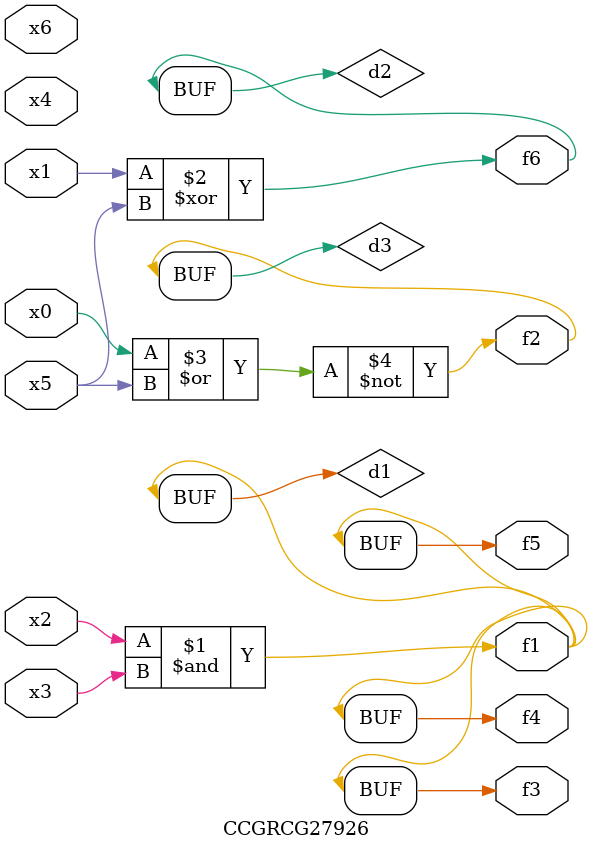
<source format=v>
module CCGRCG27926(
	input x0, x1, x2, x3, x4, x5, x6,
	output f1, f2, f3, f4, f5, f6
);

	wire d1, d2, d3;

	and (d1, x2, x3);
	xor (d2, x1, x5);
	nor (d3, x0, x5);
	assign f1 = d1;
	assign f2 = d3;
	assign f3 = d1;
	assign f4 = d1;
	assign f5 = d1;
	assign f6 = d2;
endmodule

</source>
